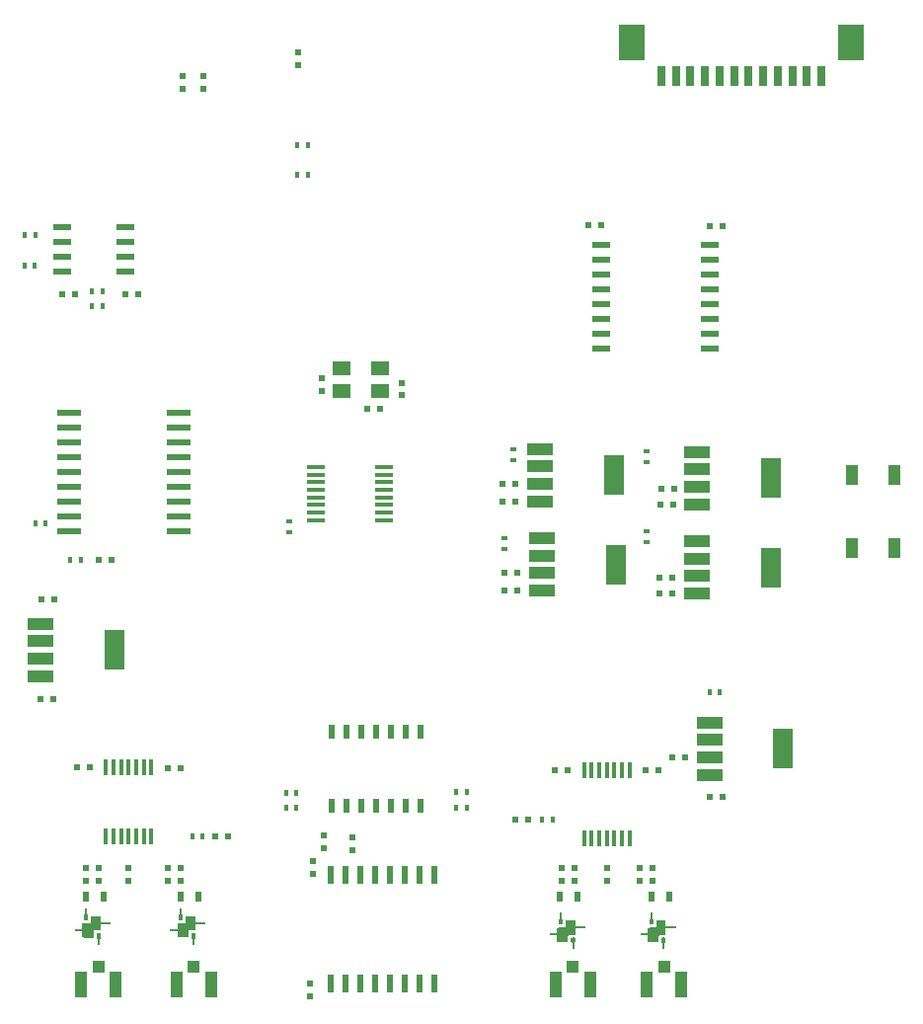
<source format=gbr>
G04 #@! TF.GenerationSoftware,KiCad,Pcbnew,(5.1.2)-2*
G04 #@! TF.CreationDate,2022-05-20T11:19:58-04:00*
G04 #@! TF.ProjectId,MAG_Plus,4d41475f-506c-4757-932e-6b696361645f,rev?*
G04 #@! TF.SameCoordinates,Original*
G04 #@! TF.FileFunction,Paste,Top*
G04 #@! TF.FilePolarity,Positive*
%FSLAX46Y46*%
G04 Gerber Fmt 4.6, Leading zero omitted, Abs format (unit mm)*
G04 Created by KiCad (PCBNEW (5.1.2)-2) date 2022-05-20 11:19:58*
%MOMM*%
%LPD*%
G04 APERTURE LIST*
%ADD10R,0.400000X0.600000*%
%ADD11R,1.550000X0.600000*%
%ADD12R,0.500000X0.600000*%
%ADD13R,0.600000X0.500000*%
%ADD14R,0.450000X1.450000*%
%ADD15R,1.050000X2.200000*%
%ADD16R,1.000000X1.050000*%
%ADD17R,2.200000X3.100000*%
%ADD18R,0.800000X1.700000*%
%ADD19R,0.600000X1.500000*%
%ADD20R,1.500000X0.600000*%
%ADD21R,1.100000X1.800000*%
%ADD22R,2.000000X0.600000*%
%ADD23R,2.200000X1.000000*%
%ADD24R,1.800000X3.400000*%
%ADD25R,0.500000X0.900000*%
%ADD26R,0.600000X0.400000*%
%ADD27R,1.500000X0.450000*%
%ADD28R,1.600000X1.300000*%
%ADD29R,0.508000X1.143000*%
%ADD30C,0.350000*%
%ADD31C,0.100000*%
%ADD32C,0.800000*%
%ADD33R,0.250000X1.000000*%
%ADD34R,1.000000X0.250000*%
G04 APERTURE END LIST*
D10*
X70200000Y-56200000D03*
X71100000Y-56200000D03*
X71100000Y-58700000D03*
X70200000Y-58700000D03*
D11*
X50050000Y-67005000D03*
X50050000Y-65735000D03*
X50050000Y-64465000D03*
X50050000Y-63195000D03*
X55450000Y-63195000D03*
X55450000Y-64465000D03*
X55450000Y-65735000D03*
X55450000Y-67005000D03*
D10*
X46800000Y-66500000D03*
X47700000Y-66500000D03*
X47750000Y-63900000D03*
X46850000Y-63900000D03*
X52600000Y-68700000D03*
X53500000Y-68700000D03*
X53490000Y-70000000D03*
X52590000Y-70000000D03*
D12*
X60350000Y-50250000D03*
X60350000Y-51350000D03*
X62150000Y-51350000D03*
X62150000Y-50250000D03*
X70250000Y-48250000D03*
X70250000Y-49350000D03*
D13*
X51140000Y-69000000D03*
X50040000Y-69000000D03*
X55440000Y-69000000D03*
X56540000Y-69000000D03*
D14*
X94800000Y-109750000D03*
X95450000Y-109750000D03*
X96100000Y-109750000D03*
X96750000Y-109750000D03*
X97400000Y-109750000D03*
X98050000Y-109750000D03*
X98700000Y-109750000D03*
X98700000Y-115650000D03*
X98050000Y-115650000D03*
X97400000Y-115650000D03*
X96750000Y-115650000D03*
X96100000Y-115650000D03*
X95450000Y-115650000D03*
X94800000Y-115650000D03*
D15*
X92385000Y-128175000D03*
D16*
X93860000Y-126650000D03*
D15*
X95335000Y-128175000D03*
X103145000Y-128175000D03*
D16*
X101670000Y-126650000D03*
D15*
X100195000Y-128175000D03*
X51675000Y-128175000D03*
D16*
X53150000Y-126650000D03*
D15*
X54625000Y-128175000D03*
X62805000Y-128175000D03*
D16*
X61330000Y-126650000D03*
D15*
X59855000Y-128175000D03*
D13*
X88900000Y-114000000D03*
X90000000Y-114000000D03*
D12*
X96750000Y-119250000D03*
X96750000Y-118150000D03*
D13*
X63200000Y-115500000D03*
X64300000Y-115500000D03*
D12*
X55750000Y-118150000D03*
X55750000Y-119250000D03*
X92850000Y-119250000D03*
X92850000Y-118150000D03*
X93950000Y-118150000D03*
X93950000Y-119250000D03*
X99550000Y-119250000D03*
X99550000Y-118150000D03*
X100650000Y-118150000D03*
X100650000Y-119250000D03*
X52050000Y-118150000D03*
X52050000Y-119250000D03*
X53150000Y-119250000D03*
X53150000Y-118150000D03*
X59150000Y-118150000D03*
X59150000Y-119250000D03*
X60250000Y-119250000D03*
X60250000Y-118150000D03*
D13*
X93400000Y-109800000D03*
X92300000Y-109800000D03*
X101200000Y-109800000D03*
X100100000Y-109800000D03*
X51300000Y-109500000D03*
X52400000Y-109500000D03*
X59100000Y-109600000D03*
X60200000Y-109600000D03*
D10*
X91200000Y-114000000D03*
X92100000Y-114000000D03*
X62100000Y-115500000D03*
X61200000Y-115500000D03*
D14*
X53800000Y-109550000D03*
X54450000Y-109550000D03*
X55100000Y-109550000D03*
X55750000Y-109550000D03*
X56400000Y-109550000D03*
X57050000Y-109550000D03*
X57700000Y-109550000D03*
X57700000Y-115450000D03*
X57050000Y-115450000D03*
X56400000Y-115450000D03*
X55750000Y-115450000D03*
X55100000Y-115450000D03*
X54450000Y-115450000D03*
X53800000Y-115450000D03*
D17*
X98925000Y-47410000D03*
X117675000Y-47410000D03*
D18*
X101425000Y-50310000D03*
X102675000Y-50310000D03*
X103925000Y-50310000D03*
X105175000Y-50310000D03*
X106425000Y-50310000D03*
X107675000Y-50310000D03*
X108925000Y-50310000D03*
X110175000Y-50310000D03*
X111425000Y-50310000D03*
X112675000Y-50310000D03*
X113925000Y-50310000D03*
X115175000Y-50310000D03*
D19*
X73105000Y-118750000D03*
X74375000Y-118750000D03*
X75645000Y-118750000D03*
X76915000Y-118750000D03*
X78185000Y-118750000D03*
X79455000Y-118750000D03*
X80725000Y-118750000D03*
X81995000Y-118750000D03*
X81995000Y-128050000D03*
X80725000Y-128050000D03*
X79455000Y-128050000D03*
X78185000Y-128050000D03*
X76915000Y-128050000D03*
X75645000Y-128050000D03*
X74375000Y-128050000D03*
X73105000Y-128050000D03*
D20*
X105600000Y-64755000D03*
X105600000Y-66025000D03*
X105600000Y-67295000D03*
X105600000Y-68565000D03*
X105600000Y-69835000D03*
X105600000Y-71105000D03*
X105600000Y-72375000D03*
X105600000Y-73645000D03*
X96300000Y-73645000D03*
X96300000Y-72375000D03*
X96300000Y-71105000D03*
X96300000Y-69835000D03*
X96300000Y-68565000D03*
X96300000Y-67295000D03*
X96300000Y-66025000D03*
X96300000Y-64755000D03*
D12*
X74960000Y-116660000D03*
X74960000Y-115560000D03*
X72460000Y-115390000D03*
X72460000Y-116490000D03*
X71590000Y-118640000D03*
X71590000Y-117540000D03*
X71280000Y-129160000D03*
X71280000Y-128060000D03*
D13*
X106680000Y-63180000D03*
X105580000Y-63180000D03*
X96240000Y-63030000D03*
X95140000Y-63030000D03*
X53160000Y-91730000D03*
X54260000Y-91730000D03*
D10*
X51650000Y-91750000D03*
X50750000Y-91750000D03*
D21*
X121450000Y-84500000D03*
X121450000Y-90700000D03*
X117750000Y-84500000D03*
X117750000Y-90700000D03*
D22*
X50680000Y-89270000D03*
X50680000Y-88000000D03*
X50680000Y-86730000D03*
X50680000Y-85460000D03*
X50680000Y-84190000D03*
X50680000Y-82920000D03*
X50680000Y-81650000D03*
X50680000Y-80380000D03*
X50680000Y-79110000D03*
X60080000Y-79110000D03*
X60080000Y-80380000D03*
X60080000Y-81650000D03*
X60080000Y-82920000D03*
X60080000Y-84190000D03*
X60080000Y-85460000D03*
X60080000Y-86730000D03*
X60080000Y-88000000D03*
X60080000Y-89270000D03*
D13*
X101300000Y-94650000D03*
X102400000Y-94650000D03*
X102400000Y-93250000D03*
X101300000Y-93250000D03*
X101350000Y-87050000D03*
X102450000Y-87050000D03*
X102500000Y-85700000D03*
X101400000Y-85700000D03*
X106660000Y-112070000D03*
X105560000Y-112070000D03*
X102350000Y-108720000D03*
X103450000Y-108720000D03*
X48210000Y-103680000D03*
X49310000Y-103680000D03*
X48260000Y-95170000D03*
X49360000Y-95170000D03*
D23*
X104500000Y-94650000D03*
X104500000Y-91650000D03*
D24*
X110800000Y-92400000D03*
D23*
X104500000Y-93150000D03*
X104500000Y-90150000D03*
X104500000Y-82500000D03*
X104500000Y-85500000D03*
D24*
X110800000Y-84750000D03*
D23*
X104500000Y-84000000D03*
X104500000Y-87000000D03*
X105560000Y-110200000D03*
X105560000Y-107200000D03*
D24*
X111860000Y-107950000D03*
D23*
X105560000Y-108700000D03*
X105560000Y-105700000D03*
X48220000Y-97220000D03*
X48220000Y-100220000D03*
D24*
X54520000Y-99470000D03*
D23*
X48220000Y-98720000D03*
X48220000Y-101720000D03*
D10*
X83850000Y-111650000D03*
X84750000Y-111650000D03*
X84750000Y-113000000D03*
X83850000Y-113000000D03*
X70150000Y-113000000D03*
X69250000Y-113000000D03*
X69250000Y-111700000D03*
X70150000Y-111700000D03*
D25*
X92710000Y-120600000D03*
X94210000Y-120600000D03*
X100596000Y-120600000D03*
X102096000Y-120600000D03*
X53582000Y-120600000D03*
X52082000Y-120600000D03*
X61710000Y-120600000D03*
X60210000Y-120600000D03*
D26*
X100200000Y-89300000D03*
X100200000Y-90200000D03*
X100200000Y-82450000D03*
X100200000Y-83350000D03*
D10*
X48650000Y-88600000D03*
X47750000Y-88600000D03*
X106450000Y-103100000D03*
X105550000Y-103100000D03*
D13*
X89050000Y-94400000D03*
X87950000Y-94400000D03*
X87960000Y-92900000D03*
X89060000Y-92900000D03*
D26*
X87950000Y-90800000D03*
X87950000Y-89900000D03*
D23*
X91225000Y-89900000D03*
X91225000Y-92900000D03*
D24*
X97525000Y-92150000D03*
D23*
X91225000Y-91400000D03*
X91225000Y-94400000D03*
D12*
X72300000Y-77280000D03*
X72300000Y-76180000D03*
D13*
X77340000Y-78840000D03*
X76240000Y-78840000D03*
D12*
X79190000Y-77660000D03*
X79190000Y-76560000D03*
D13*
X87780000Y-86760000D03*
X88880000Y-86760000D03*
X88890000Y-85250000D03*
X87790000Y-85250000D03*
D26*
X69520000Y-89370000D03*
X69520000Y-88470000D03*
X88740000Y-83190000D03*
X88740000Y-82290000D03*
D27*
X77690000Y-83795000D03*
X77690000Y-84445000D03*
X77690000Y-85095000D03*
X77690000Y-85745000D03*
X77690000Y-86395000D03*
X77690000Y-87045000D03*
X77690000Y-87695000D03*
X77690000Y-88345000D03*
X71790000Y-88345000D03*
X71790000Y-87695000D03*
X71790000Y-87045000D03*
X71790000Y-86395000D03*
X71790000Y-85745000D03*
X71790000Y-85095000D03*
X71790000Y-84445000D03*
X71790000Y-83795000D03*
D28*
X74050000Y-75290000D03*
X77350000Y-75290000D03*
X77350000Y-77290000D03*
X74050000Y-77290000D03*
D23*
X91050000Y-82250000D03*
X91050000Y-85250000D03*
D24*
X97350000Y-84500000D03*
D23*
X91050000Y-83750000D03*
X91050000Y-86750000D03*
D29*
X75680000Y-112848000D03*
X80760000Y-112848000D03*
X79490000Y-112848000D03*
X78220000Y-112848000D03*
X76950000Y-112848000D03*
X74410000Y-112848000D03*
X73140000Y-112848000D03*
X73140000Y-106498000D03*
X74410000Y-106498000D03*
X75680000Y-106498000D03*
X76950000Y-106498000D03*
X78220000Y-106498000D03*
X79490000Y-106498000D03*
X80760000Y-106498000D03*
D30*
X93860000Y-124320000D03*
D31*
G36*
X94035000Y-124495000D02*
G01*
X94020000Y-124495000D01*
X94020000Y-124640000D01*
X93700000Y-124640000D01*
X93700000Y-124495000D01*
X93685000Y-124495000D01*
X93685000Y-124145000D01*
X94035000Y-124145000D01*
X94035000Y-124495000D01*
X94035000Y-124495000D01*
G37*
D30*
X92800000Y-122860000D03*
D31*
G36*
X92970000Y-122685000D02*
G01*
X92975000Y-122685000D01*
X92975000Y-123035000D01*
X92625000Y-123035000D01*
X92625000Y-122685000D01*
X92640000Y-122685000D01*
X92640000Y-122540000D01*
X92970000Y-122540000D01*
X92970000Y-122685000D01*
X92970000Y-122685000D01*
G37*
D32*
X93030000Y-123890000D03*
D31*
G36*
X94030975Y-122685096D02*
G01*
X94031913Y-122685381D01*
X94032778Y-122685843D01*
X94033536Y-122686464D01*
X94034157Y-122687222D01*
X94034619Y-122688087D01*
X94034904Y-122689025D01*
X94035000Y-122690000D01*
X94035000Y-123890000D01*
X94034904Y-123890975D01*
X94034619Y-123891913D01*
X94034157Y-123892778D01*
X94033536Y-123893536D01*
X94032778Y-123894157D01*
X94031913Y-123894619D01*
X94030975Y-123894904D01*
X94030000Y-123895000D01*
X93435000Y-123895000D01*
X93435000Y-124490000D01*
X93434904Y-124490975D01*
X93434619Y-124491913D01*
X93434157Y-124492778D01*
X93433536Y-124493536D01*
X93432778Y-124494157D01*
X93431913Y-124494619D01*
X93430975Y-124494904D01*
X93430000Y-124495000D01*
X92630000Y-124495000D01*
X92629025Y-124494904D01*
X92628087Y-124494619D01*
X92627222Y-124494157D01*
X92626464Y-124493536D01*
X92625843Y-124492778D01*
X92625381Y-124491913D01*
X92625096Y-124490975D01*
X92625000Y-124490000D01*
X92480000Y-124490000D01*
X92480000Y-123300000D01*
X92625000Y-123300000D01*
X92625000Y-123290000D01*
X92625096Y-123289025D01*
X92625381Y-123288087D01*
X92625843Y-123287222D01*
X92626464Y-123286464D01*
X92627222Y-123285843D01*
X92628087Y-123285381D01*
X92629025Y-123285096D01*
X92630000Y-123285000D01*
X93127928Y-123285000D01*
X93225000Y-123187928D01*
X93225000Y-122690000D01*
X93225096Y-122689025D01*
X93225381Y-122688087D01*
X93225843Y-122687222D01*
X93226464Y-122686464D01*
X93227222Y-122685843D01*
X93228087Y-122685381D01*
X93229025Y-122685096D01*
X93230000Y-122685000D01*
X94030000Y-122685000D01*
X94030975Y-122685096D01*
X94030975Y-122685096D01*
G37*
D33*
X92810000Y-122530000D03*
X93870000Y-124650000D03*
D34*
X94400000Y-123280000D03*
X92380000Y-123880000D03*
X51680000Y-123530000D03*
X53700000Y-122930000D03*
D33*
X53170000Y-124300000D03*
X52110000Y-122180000D03*
D32*
X52330000Y-123540000D03*
D31*
G36*
X53330975Y-122335096D02*
G01*
X53331913Y-122335381D01*
X53332778Y-122335843D01*
X53333536Y-122336464D01*
X53334157Y-122337222D01*
X53334619Y-122338087D01*
X53334904Y-122339025D01*
X53335000Y-122340000D01*
X53335000Y-123540000D01*
X53334904Y-123540975D01*
X53334619Y-123541913D01*
X53334157Y-123542778D01*
X53333536Y-123543536D01*
X53332778Y-123544157D01*
X53331913Y-123544619D01*
X53330975Y-123544904D01*
X53330000Y-123545000D01*
X52735000Y-123545000D01*
X52735000Y-124140000D01*
X52734904Y-124140975D01*
X52734619Y-124141913D01*
X52734157Y-124142778D01*
X52733536Y-124143536D01*
X52732778Y-124144157D01*
X52731913Y-124144619D01*
X52730975Y-124144904D01*
X52730000Y-124145000D01*
X51930000Y-124145000D01*
X51929025Y-124144904D01*
X51928087Y-124144619D01*
X51927222Y-124144157D01*
X51926464Y-124143536D01*
X51925843Y-124142778D01*
X51925381Y-124141913D01*
X51925096Y-124140975D01*
X51925000Y-124140000D01*
X51780000Y-124140000D01*
X51780000Y-122950000D01*
X51925000Y-122950000D01*
X51925000Y-122940000D01*
X51925096Y-122939025D01*
X51925381Y-122938087D01*
X51925843Y-122937222D01*
X51926464Y-122936464D01*
X51927222Y-122935843D01*
X51928087Y-122935381D01*
X51929025Y-122935096D01*
X51930000Y-122935000D01*
X52427928Y-122935000D01*
X52525000Y-122837928D01*
X52525000Y-122340000D01*
X52525096Y-122339025D01*
X52525381Y-122338087D01*
X52525843Y-122337222D01*
X52526464Y-122336464D01*
X52527222Y-122335843D01*
X52528087Y-122335381D01*
X52529025Y-122335096D01*
X52530000Y-122335000D01*
X53330000Y-122335000D01*
X53330975Y-122335096D01*
X53330975Y-122335096D01*
G37*
D30*
X52100000Y-122510000D03*
D31*
G36*
X52270000Y-122335000D02*
G01*
X52275000Y-122335000D01*
X52275000Y-122685000D01*
X51925000Y-122685000D01*
X51925000Y-122335000D01*
X51940000Y-122335000D01*
X51940000Y-122190000D01*
X52270000Y-122190000D01*
X52270000Y-122335000D01*
X52270000Y-122335000D01*
G37*
D30*
X53160000Y-123970000D03*
D31*
G36*
X53335000Y-124145000D02*
G01*
X53320000Y-124145000D01*
X53320000Y-124290000D01*
X53000000Y-124290000D01*
X53000000Y-124145000D01*
X52985000Y-124145000D01*
X52985000Y-123795000D01*
X53335000Y-123795000D01*
X53335000Y-124145000D01*
X53335000Y-124145000D01*
G37*
D30*
X61300000Y-123950000D03*
D31*
G36*
X61475000Y-124125000D02*
G01*
X61460000Y-124125000D01*
X61460000Y-124270000D01*
X61140000Y-124270000D01*
X61140000Y-124125000D01*
X61125000Y-124125000D01*
X61125000Y-123775000D01*
X61475000Y-123775000D01*
X61475000Y-124125000D01*
X61475000Y-124125000D01*
G37*
D30*
X60240000Y-122490000D03*
D31*
G36*
X60410000Y-122315000D02*
G01*
X60415000Y-122315000D01*
X60415000Y-122665000D01*
X60065000Y-122665000D01*
X60065000Y-122315000D01*
X60080000Y-122315000D01*
X60080000Y-122170000D01*
X60410000Y-122170000D01*
X60410000Y-122315000D01*
X60410000Y-122315000D01*
G37*
D32*
X60470000Y-123520000D03*
D31*
G36*
X61470975Y-122315096D02*
G01*
X61471913Y-122315381D01*
X61472778Y-122315843D01*
X61473536Y-122316464D01*
X61474157Y-122317222D01*
X61474619Y-122318087D01*
X61474904Y-122319025D01*
X61475000Y-122320000D01*
X61475000Y-123520000D01*
X61474904Y-123520975D01*
X61474619Y-123521913D01*
X61474157Y-123522778D01*
X61473536Y-123523536D01*
X61472778Y-123524157D01*
X61471913Y-123524619D01*
X61470975Y-123524904D01*
X61470000Y-123525000D01*
X60875000Y-123525000D01*
X60875000Y-124120000D01*
X60874904Y-124120975D01*
X60874619Y-124121913D01*
X60874157Y-124122778D01*
X60873536Y-124123536D01*
X60872778Y-124124157D01*
X60871913Y-124124619D01*
X60870975Y-124124904D01*
X60870000Y-124125000D01*
X60070000Y-124125000D01*
X60069025Y-124124904D01*
X60068087Y-124124619D01*
X60067222Y-124124157D01*
X60066464Y-124123536D01*
X60065843Y-124122778D01*
X60065381Y-124121913D01*
X60065096Y-124120975D01*
X60065000Y-124120000D01*
X59920000Y-124120000D01*
X59920000Y-122930000D01*
X60065000Y-122930000D01*
X60065000Y-122920000D01*
X60065096Y-122919025D01*
X60065381Y-122918087D01*
X60065843Y-122917222D01*
X60066464Y-122916464D01*
X60067222Y-122915843D01*
X60068087Y-122915381D01*
X60069025Y-122915096D01*
X60070000Y-122915000D01*
X60567928Y-122915000D01*
X60665000Y-122817928D01*
X60665000Y-122320000D01*
X60665096Y-122319025D01*
X60665381Y-122318087D01*
X60665843Y-122317222D01*
X60666464Y-122316464D01*
X60667222Y-122315843D01*
X60668087Y-122315381D01*
X60669025Y-122315096D01*
X60670000Y-122315000D01*
X61470000Y-122315000D01*
X61470975Y-122315096D01*
X61470975Y-122315096D01*
G37*
D33*
X60250000Y-122160000D03*
X61310000Y-124280000D03*
D34*
X61840000Y-122910000D03*
X59820000Y-123510000D03*
X100160000Y-123880000D03*
X102180000Y-123280000D03*
D33*
X101650000Y-124650000D03*
X100590000Y-122530000D03*
D32*
X100810000Y-123890000D03*
D31*
G36*
X101810975Y-122685096D02*
G01*
X101811913Y-122685381D01*
X101812778Y-122685843D01*
X101813536Y-122686464D01*
X101814157Y-122687222D01*
X101814619Y-122688087D01*
X101814904Y-122689025D01*
X101815000Y-122690000D01*
X101815000Y-123890000D01*
X101814904Y-123890975D01*
X101814619Y-123891913D01*
X101814157Y-123892778D01*
X101813536Y-123893536D01*
X101812778Y-123894157D01*
X101811913Y-123894619D01*
X101810975Y-123894904D01*
X101810000Y-123895000D01*
X101215000Y-123895000D01*
X101215000Y-124490000D01*
X101214904Y-124490975D01*
X101214619Y-124491913D01*
X101214157Y-124492778D01*
X101213536Y-124493536D01*
X101212778Y-124494157D01*
X101211913Y-124494619D01*
X101210975Y-124494904D01*
X101210000Y-124495000D01*
X100410000Y-124495000D01*
X100409025Y-124494904D01*
X100408087Y-124494619D01*
X100407222Y-124494157D01*
X100406464Y-124493536D01*
X100405843Y-124492778D01*
X100405381Y-124491913D01*
X100405096Y-124490975D01*
X100405000Y-124490000D01*
X100260000Y-124490000D01*
X100260000Y-123300000D01*
X100405000Y-123300000D01*
X100405000Y-123290000D01*
X100405096Y-123289025D01*
X100405381Y-123288087D01*
X100405843Y-123287222D01*
X100406464Y-123286464D01*
X100407222Y-123285843D01*
X100408087Y-123285381D01*
X100409025Y-123285096D01*
X100410000Y-123285000D01*
X100907928Y-123285000D01*
X101005000Y-123187928D01*
X101005000Y-122690000D01*
X101005096Y-122689025D01*
X101005381Y-122688087D01*
X101005843Y-122687222D01*
X101006464Y-122686464D01*
X101007222Y-122685843D01*
X101008087Y-122685381D01*
X101009025Y-122685096D01*
X101010000Y-122685000D01*
X101810000Y-122685000D01*
X101810975Y-122685096D01*
X101810975Y-122685096D01*
G37*
D30*
X100580000Y-122860000D03*
D31*
G36*
X100750000Y-122685000D02*
G01*
X100755000Y-122685000D01*
X100755000Y-123035000D01*
X100405000Y-123035000D01*
X100405000Y-122685000D01*
X100420000Y-122685000D01*
X100420000Y-122540000D01*
X100750000Y-122540000D01*
X100750000Y-122685000D01*
X100750000Y-122685000D01*
G37*
D30*
X101640000Y-124320000D03*
D31*
G36*
X101815000Y-124495000D02*
G01*
X101800000Y-124495000D01*
X101800000Y-124640000D01*
X101480000Y-124640000D01*
X101480000Y-124495000D01*
X101465000Y-124495000D01*
X101465000Y-124145000D01*
X101815000Y-124145000D01*
X101815000Y-124495000D01*
X101815000Y-124495000D01*
G37*
M02*

</source>
